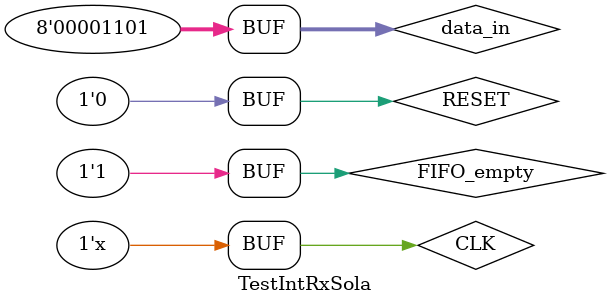
<source format=v>
`timescale 1ns / 1ps


module TestIntRxSola;

	// Inputs
	reg CLK;
	reg RESET;
	reg FIFO_empty;
	reg [7:0] data_in;

	// Outputs
	wire [7:0] data_out;
	wire [2:0] SEL;
	wire RD_FIFO;
	wire [2:0] STATE;
	wire [7:0] DATOA;
	wire [7:0] DATOB;
	wire [7:0] OP;
	wire [7:0] CH;
	wire [7:0] RESULTADO;

	// Instantiate the Unit Under Test (UUT)
	Int_Rx uut (
		.CLK(CLK), 
		.RESET(RESET), 
		.FIFO_empty(FIFO_empty), 
		.data_in(data_in), 
		
		.data_out(data_out), 
		.SEL(SEL), 
		.RD_FIFO(RD_FIFO), 
		.STATE(STATE), 
		.DATOA(DATOA), 
		.DATOB(DATOB), 
		.OP(OP), 
		.CH(CH)
	);
	
		ALU_HANDLER ALU1
	(
		.CLK(CLK), .RESET(RESET), .SWITCH(data_out), .BOT(SEL),
		.LED(RESULTADO)
	);

	initial begin
		// Initialize Inputs
		CLK = 0;
		RESET = 1;
		FIFO_empty = 1;
		data_in = 0;

		#5
		RESET =0;
		// Wait 100 ns for global reset to finish
		#100;
		
		#30
		data_in = 55;
		#10
		FIFO_empty = 0;
		#2
		FIFO_empty = 1;
		
				#30
		data_in = 53;
		#10
		FIFO_empty = 0;
		#2
		FIFO_empty = 1;
		
				#30
		data_in = 45;
		#10
		FIFO_empty = 0;
		#2
		FIFO_empty = 1;
		
				#30
		data_in = 51;
		#10
		FIFO_empty = 0;
		#2
		FIFO_empty = 1;
		
						#30
		data_in = 13;
		#10
		FIFO_empty = 0;
		#2
		FIFO_empty = 1;
		
		
		
        
		// Add stimulus here

	end
      
		always begin
		#1 CLK = ~CLK;
		end
		
endmodule


</source>
